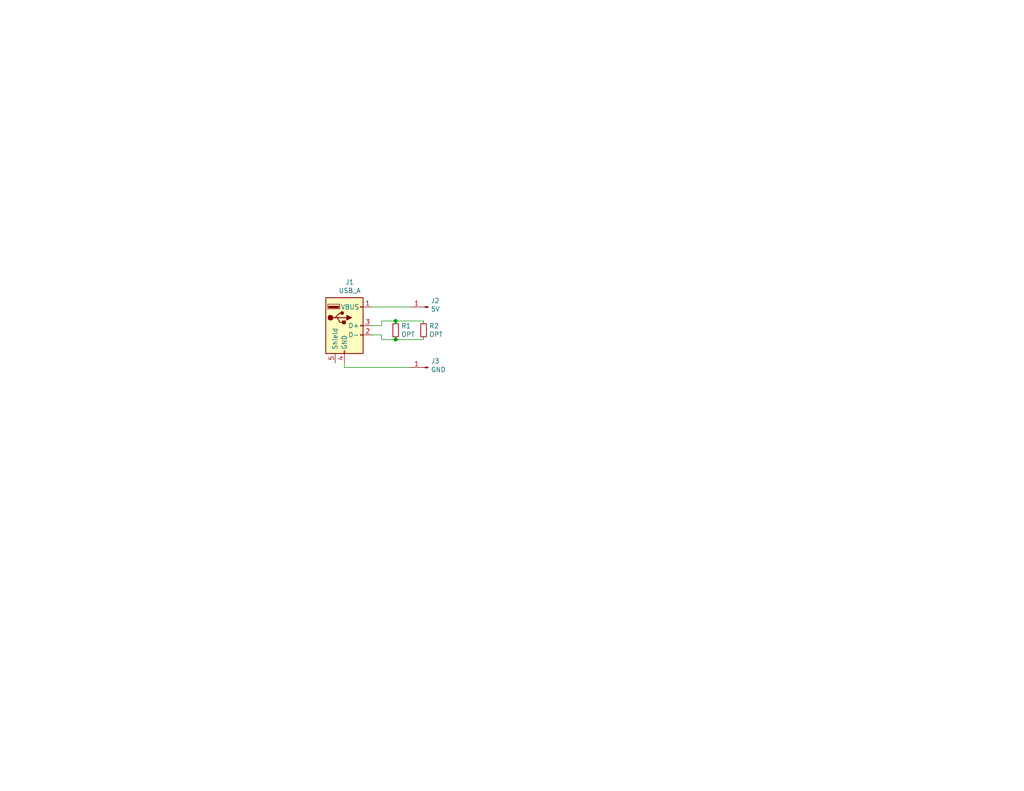
<source format=kicad_sch>
(kicad_sch (version 20230121) (generator eeschema)
  (paper "USLetter")
  (title_block (rev "1") (comment 1 "Design for JLCPCB 1-2 Layer Service"))
  (lib_symbols
    (symbol "Device:R_Small" (pin_numbers hide) (pin_names (offset 0.254) hide)
      (property "Reference" "R" (at 0.762 0.508 0))
      (property "Value" "R_Small" (at 0.762 -1.016 0))
      (symbol "R_Small_0_1"
        (rectangle (start -0.762 1.778) (end 0.762 -1.778) (stroke (width 0.2032)))
      )
      (symbol "R_Small_1_1"
        (pin passive line (at 0 2.54 270) (length 0.762) (name "~") (number "1"))
        (pin passive line (at 0 -2.54 90) (length 0.762) (name "~") (number "2"))
      )
    )
    (symbol "usbanana-rescue:Conn_01x01_Male-Connector" (pin_names (offset 1.016) hide)
      (property "Reference" "J" (at 0 2.54 0))
      (property "Value" "Connector_Conn_01x01_Male" (at 0 -2.54 0))
      (symbol "Conn_01x01_Male-Connector_1_1"
        (polyline (pts (xy 1.27 0) (xy 0.8636 0)) (stroke (width 0.1524)))
        (rectangle (start 0.8636 0.127) (end 0 -0.127) (stroke (width 0.1524)) (fill (type outline)))
        (pin passive line (at 5.08 0 180) (length 3.81) (name "Pin_1") (number "1"))
      )
    )
    (symbol "usbanana-rescue:USB_A-Connector" (pin_names (offset 1.016))
      (property "Reference" "J" (at -5.08 11.43 0))
      (property "Value" "Connector_USB_A" (at -5.08 8.89 0))
      (symbol "USB_A-Connector_0_1"
        (rectangle (start -5.08 -7.62) (end 5.08 7.62) (stroke (width 0.254)) (fill (type background)))
        (circle (center -3.81 2.159) (radius 0.635) (stroke (width 0.254)) (fill (type outline)))
        (rectangle (start -1.524 4.826) (end -4.318 5.334) (fill (type outline)))
        (rectangle (start -1.27 4.572) (end -4.572 5.842))
        (circle (center -0.635 3.429) (radius 0.381) (stroke (width 0.254)) (fill (type outline)))
        (rectangle (start -0.127 -7.62) (end 0.127 -6.858))
        (polyline (pts (xy -3.175 2.159) (xy -2.54 2.159) (xy -1.27 3.429) (xy -0.635 3.429)) (stroke (width 0.254)))
        (polyline (pts (xy -2.54 2.159) (xy -1.905 2.159) (xy -1.27 0.889) (xy 0 0.889)) (stroke (width 0.254)))
        (polyline (pts (xy 0.635 2.794) (xy 0.635 1.524) (xy 1.905 2.159) (xy 0.635 2.794)) (stroke (width 0.254)) (fill (type outline)))
        (rectangle (start 0.254 1.27) (end -0.508 0.508) (stroke (width 0.254)) (fill (type outline)))
        (rectangle (start 5.08 -2.667) (end 4.318 -2.413))
        (rectangle (start 5.08 -0.127) (end 4.318 0.127))
        (rectangle (start 5.08 4.953) (end 4.318 5.207))
      )
      (symbol "USB_A-Connector_1_1"
        (polyline (pts (xy -1.905 2.159) (xy 0.635 2.159)) (stroke (width 0.254)))
        (pin power_in line (at 7.62 5.08 180) (length 2.54) (name "VBUS") (number "1"))
        (pin passive line (at 7.62 -2.54 180) (length 2.54) (name "D-") (number "2"))
        (pin passive line (at 7.62 0 180) (length 2.54) (name "D+") (number "3"))
        (pin power_in line (at 0 -10.16 90) (length 2.54) (name "GND") (number "4"))
        (pin passive line (at -2.54 -10.16 90) (length 2.54) (name "Shield") (number "5"))
      )
    )
  )
  (junction (at 107.95 92.71))
  (junction (at 107.95 87.63))
  (wire (pts (xy 115.57 92.71) (xy 107.95 92.71)))
  (wire (pts (xy 107.95 87.63) (xy 115.57 87.63)))
  (wire (pts (xy 104.14 87.63) (xy 107.95 87.63)))
  (wire (pts (xy 104.14 92.71) (xy 104.14 91.44)))
  (wire (pts (xy 101.6 88.9) (xy 104.14 88.9)))
  (wire (pts (xy 104.14 88.9) (xy 104.14 87.63)))
  (wire (pts (xy 93.98 100.33) (xy 111.76 100.33)))
  (wire (pts (xy 107.95 92.71) (xy 104.14 92.71)))
  (wire (pts (xy 101.6 83.82) (xy 111.76 83.82)))
  (wire (pts (xy 104.14 91.44) (xy 101.6 91.44)))
  (wire (pts (xy 93.98 99.06) (xy 93.98 100.33)))
  (symbol (lib_id "usbanana-rescue:Conn_01x01_Male-Connector") (at 116.84 83.82 180) (unit 1)
    (property "Reference" "J2" (at 117.5512 82.0928 0) (effects (justify right)))
    (property "Value" "5V" (at 117.5512 84.4042 0) (effects (justify right)))
    (property "Footprint" "!Greg:Banana_Jack_Slot" (effects hide))
  )
  (symbol (lib_id "usbanana-rescue:Conn_01x01_Male-Connector") (at 116.84 100.33 180) (unit 1)
    (property "Reference" "J3" (at 117.5512 98.6028 0) (effects (justify right)))
    (property "Value" "GND" (at 117.5512 100.9142 0) (effects (justify right)))
    (property "Footprint" "!Greg:Banana_Jack_1Pin" (effects hide))
  )
  (symbol (lib_id "usbanana-rescue:USB_A-Connector") (at 93.98 88.9 0) (unit 1)
    (property "Reference" "J1" (at 95.4278 77.0382 0))
    (property "Value" "USB_A" (at 95.4278 79.3496 0))
    (property "Footprint" "Connector_USB:USB_A_Molex_105057_Vertical" (effects hide))
    (property "Datasheet" " ~" (effects hide))
  )
  (symbol (lib_id "Device:R_Small") (at 107.95 90.17 0) (unit 1)
    (property "Reference" "R1" (at 109.4486 89.0016 0) (effects (justify left)))
    (property "Value" "OPT" (at 109.4486 91.313 0) (effects (justify left)))
    (property "Footprint" "Resistor_SMD:R_1206_3216Metric_Pad1.42x1.75mm_HandSolder" (effects hide))
  )
  (symbol (lib_id "Device:R_Small") (at 115.57 90.17 0) (unit 1)
    (property "Reference" "R2" (at 117.0686 89.0016 0) (effects (justify left)))
    (property "Value" "OPT" (at 117.0686 91.313 0) (effects (justify left)))
    (property "Footprint" "Resistor_THT:R_Axial_DIN0207_L6.3mm_D2.5mm_P10.16mm_Horizontal" (effects hide))
  )
)
</source>
